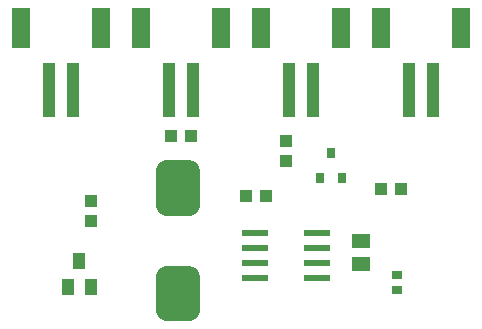
<source format=gbr>
G04 EAGLE Gerber RS-274X export*
G75*
%MOMM*%
%FSLAX34Y34*%
%LPD*%
%AMOC8*
5,1,8,0,0,1.08239X$1,22.5*%
G01*
%ADD10R,1.500000X1.300000*%
%ADD11R,0.900000X0.700000*%
%ADD12C,1.850000*%
%ADD13R,1.000000X1.400000*%
%ADD14R,2.200000X0.600000*%
%ADD15R,1.000000X4.600000*%
%ADD16R,1.600000X3.400000*%
%ADD17R,0.800000X0.900000*%
%ADD18R,1.000000X1.100000*%
%ADD19R,1.100000X1.000000*%


D10*
X406400Y577400D03*
X406400Y596400D03*
D11*
X437200Y555000D03*
X437200Y568000D03*
D12*
X242050Y566650D02*
X242050Y538150D01*
X242050Y566650D02*
X260550Y566650D01*
X260550Y538150D01*
X242050Y538150D01*
X242050Y555725D02*
X260550Y555725D01*
X242050Y627150D02*
X242050Y655650D01*
X260550Y655650D01*
X260550Y627150D01*
X242050Y627150D01*
X242050Y644725D02*
X260550Y644725D01*
D13*
X167800Y579800D03*
X177300Y557800D03*
X158300Y557800D03*
D14*
X316900Y590550D03*
X368900Y590550D03*
X316900Y603250D03*
X316900Y577850D03*
X316900Y565150D03*
X368900Y603250D03*
X368900Y577850D03*
X368900Y565150D03*
D15*
X447200Y725000D03*
X467200Y725000D03*
D16*
X423200Y777000D03*
X491200Y777000D03*
D15*
X345600Y725000D03*
X365600Y725000D03*
D16*
X321600Y777000D03*
X389600Y777000D03*
D15*
X244000Y725000D03*
X264000Y725000D03*
D16*
X220000Y777000D03*
X288000Y777000D03*
D17*
X371500Y650400D03*
X390500Y650400D03*
X381000Y671400D03*
D18*
X177800Y613800D03*
X177800Y630800D03*
D19*
X326000Y635000D03*
X309000Y635000D03*
X262500Y685800D03*
X245500Y685800D03*
X440300Y640400D03*
X423300Y640400D03*
D18*
X342900Y681600D03*
X342900Y664600D03*
D15*
X142400Y725000D03*
X162400Y725000D03*
D16*
X118400Y777000D03*
X186400Y777000D03*
M02*

</source>
